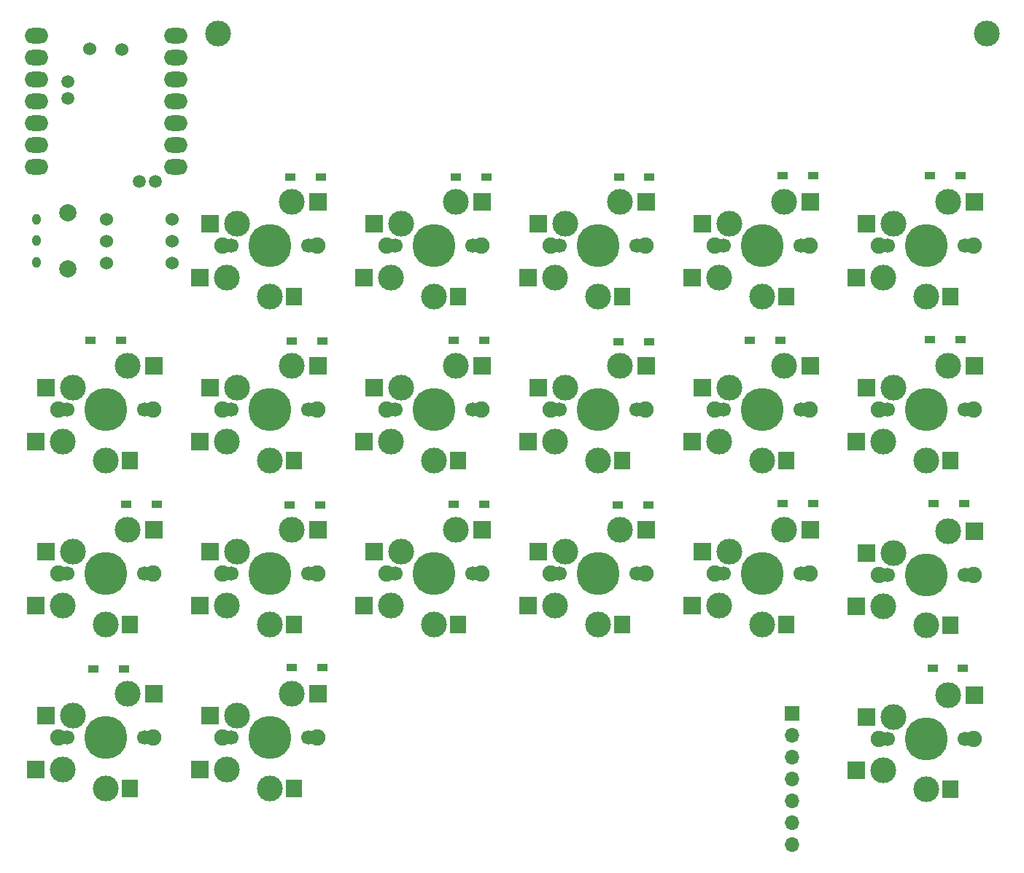
<source format=gbr>
%TF.GenerationSoftware,KiCad,Pcbnew,8.0.7*%
%TF.CreationDate,2025-03-28T15:44:08+09:00*%
%TF.ProjectId,cool642tb_R_with_tb_v130,636f6f6c-3634-4327-9462-5f525f776974,rev?*%
%TF.SameCoordinates,Original*%
%TF.FileFunction,Soldermask,Bot*%
%TF.FilePolarity,Negative*%
%FSLAX46Y46*%
G04 Gerber Fmt 4.6, Leading zero omitted, Abs format (unit mm)*
G04 Created by KiCad (PCBNEW 8.0.7) date 2025-03-28 15:44:08*
%MOMM*%
%LPD*%
G01*
G04 APERTURE LIST*
%ADD10R,1.300000X0.950000*%
%ADD11C,1.900000*%
%ADD12C,1.700000*%
%ADD13C,3.000000*%
%ADD14C,5.000000*%
%ADD15R,2.000000X2.000000*%
%ADD16R,1.900000X2.000000*%
%ADD17O,1.000000X1.300000*%
%ADD18C,1.524000*%
%ADD19O,2.750000X1.800000*%
%ADD20C,1.500000*%
%ADD21R,1.700000X1.700000*%
%ADD22O,1.700000X1.700000*%
%ADD23C,2.000000*%
G04 APERTURE END LIST*
D10*
%TO.C,D7*%
X21375000Y-30010000D03*
X24925000Y-30010000D03*
%TD*%
%TO.C,D11*%
X40405000Y-30100000D03*
X43955000Y-30100000D03*
%TD*%
D11*
%TO.C,SW1*%
X-5500000Y0D03*
D12*
X-5080000Y0D03*
D13*
X-5000000Y-3700000D03*
D12*
X-4500000Y0D03*
D13*
X-3810000Y2540000D03*
D14*
X0Y0D03*
D13*
X0Y-5900000D03*
X2540000Y5080000D03*
D12*
X4500000Y0D03*
X5080000Y0D03*
D11*
X5500000Y0D03*
D15*
X-8100000Y-3700000D03*
X-6900000Y2540000D03*
D16*
X2800000Y-5900000D03*
D15*
X5600000Y5080000D03*
%TD*%
D10*
%TO.C,D20*%
X76935000Y-49060000D03*
X80485000Y-49060000D03*
%TD*%
D11*
%TO.C,SW8*%
X-24550000Y-38100000D03*
D12*
X-24130000Y-38100000D03*
D13*
X-24050000Y-41800000D03*
D12*
X-23550000Y-38100000D03*
D13*
X-22860000Y-35560000D03*
D14*
X-19050000Y-38100000D03*
D13*
X-19050000Y-44000000D03*
X-16510000Y-33020000D03*
D12*
X-14550000Y-38100000D03*
X-13970000Y-38100000D03*
D11*
X-13550000Y-38100000D03*
D15*
X-27150000Y-41800000D03*
X-25950000Y-35560000D03*
D16*
X-16250000Y-44000000D03*
D15*
X-13450000Y-33020000D03*
%TD*%
D10*
%TO.C,D13*%
X59535000Y8140000D03*
X63085000Y8140000D03*
%TD*%
D11*
%TO.C,SW15*%
X51650000Y-38100000D03*
D12*
X52070000Y-38100000D03*
D13*
X52150000Y-41800000D03*
D12*
X52650000Y-38100000D03*
D13*
X53340000Y-35560000D03*
D14*
X57150000Y-38100000D03*
D13*
X57150000Y-44000000D03*
X59690000Y-33020000D03*
D12*
X61650000Y-38100000D03*
X62230000Y-38100000D03*
D11*
X62650000Y-38100000D03*
D15*
X49050000Y-41800000D03*
X50250000Y-35560000D03*
D16*
X59950000Y-44000000D03*
D15*
X62750000Y-33020000D03*
%TD*%
D11*
%TO.C,SW16*%
X-5500000Y-57150000D03*
D12*
X-5080000Y-57150000D03*
D13*
X-5000000Y-60850000D03*
D12*
X-4500000Y-57150000D03*
D13*
X-3810000Y-54610000D03*
D14*
X0Y-57150000D03*
D13*
X0Y-63050000D03*
X2540000Y-52070000D03*
D12*
X4500000Y-57150000D03*
X5080000Y-57150000D03*
D11*
X5500000Y-57150000D03*
D15*
X-8100000Y-60850000D03*
X-6900000Y-54610000D03*
D16*
X2800000Y-63050000D03*
D15*
X5600000Y-52070000D03*
%TD*%
D17*
%TO.C,SW21*%
X-27100000Y-1890000D03*
X-27100000Y610000D03*
X-27100000Y3110000D03*
%TD*%
D11*
%TO.C,SW13*%
X51650000Y0D03*
D12*
X52070000Y0D03*
D13*
X52150000Y-3700000D03*
D12*
X52650000Y0D03*
D13*
X53340000Y2540000D03*
D14*
X57150000Y0D03*
D13*
X57150000Y-5900000D03*
X59690000Y5080000D03*
D12*
X61650000Y0D03*
X62230000Y0D03*
D11*
X62650000Y0D03*
D15*
X49050000Y-3700000D03*
X50250000Y2540000D03*
D16*
X59950000Y-5900000D03*
D15*
X62750000Y5080000D03*
%TD*%
D10*
%TO.C,D15*%
X59535000Y-29950000D03*
X63085000Y-29950000D03*
%TD*%
%TO.C,D1*%
X2385000Y8000000D03*
X5935000Y8000000D03*
%TD*%
%TO.C,D9*%
X40525000Y8000000D03*
X44075000Y8000000D03*
%TD*%
%TO.C,D17*%
X76665000Y8180000D03*
X80215000Y8180000D03*
%TD*%
%TO.C,D4*%
X-20815000Y-10950000D03*
X-17265000Y-10950000D03*
%TD*%
%TO.C,D16*%
X2555000Y-48970000D03*
X6105000Y-48970000D03*
%TD*%
D11*
%TO.C,SW17*%
X70700000Y0D03*
D12*
X71120000Y0D03*
D13*
X71200000Y-3700000D03*
D12*
X71700000Y0D03*
D13*
X72390000Y2540000D03*
D14*
X76200000Y0D03*
D13*
X76200000Y-5900000D03*
X78740000Y5080000D03*
D12*
X80700000Y0D03*
X81280000Y0D03*
D11*
X81700000Y0D03*
D15*
X68100000Y-3700000D03*
X69300000Y2540000D03*
D16*
X79000000Y-5900000D03*
D15*
X81800000Y5080000D03*
%TD*%
D10*
%TO.C,D3*%
X2330000Y-30130000D03*
X5880000Y-30130000D03*
%TD*%
%TO.C,D19*%
X77080000Y-29940000D03*
X80630000Y-29940000D03*
%TD*%
D11*
%TO.C,SW11*%
X32600000Y-38100000D03*
D12*
X33020000Y-38100000D03*
D13*
X33100000Y-41800000D03*
D12*
X33600000Y-38100000D03*
D13*
X34290000Y-35560000D03*
D14*
X38100000Y-38100000D03*
D13*
X38100000Y-44000000D03*
X40640000Y-33020000D03*
D12*
X42600000Y-38100000D03*
X43180000Y-38100000D03*
D11*
X43600000Y-38100000D03*
D15*
X30000000Y-41800000D03*
X31200000Y-35560000D03*
D16*
X40900000Y-44000000D03*
D15*
X43700000Y-33020000D03*
%TD*%
D11*
%TO.C,SW12*%
X-24550000Y-57150000D03*
D12*
X-24130000Y-57150000D03*
D13*
X-24050000Y-60850000D03*
D12*
X-23550000Y-57150000D03*
D13*
X-22860000Y-54610000D03*
D14*
X-19050000Y-57150000D03*
D13*
X-19050000Y-63050000D03*
X-16510000Y-52070000D03*
D12*
X-14550000Y-57150000D03*
X-13970000Y-57150000D03*
D11*
X-13550000Y-57150000D03*
D15*
X-27150000Y-60850000D03*
X-25950000Y-54610000D03*
D16*
X-16250000Y-63050000D03*
D15*
X-13450000Y-52070000D03*
%TD*%
D11*
%TO.C,SW19*%
X70700000Y-38200000D03*
D12*
X71120000Y-38200000D03*
D13*
X71200000Y-41900000D03*
D12*
X71700000Y-38200000D03*
D13*
X72390000Y-35660000D03*
D14*
X76200000Y-38200000D03*
D13*
X76200000Y-44100000D03*
X78740000Y-33120000D03*
D12*
X80700000Y-38200000D03*
X81280000Y-38200000D03*
D11*
X81700000Y-38200000D03*
D15*
X68100000Y-41900000D03*
X69300000Y-35660000D03*
D16*
X79000000Y-44100000D03*
D15*
X81800000Y-33120000D03*
%TD*%
D11*
%TO.C,SW20*%
X70700000Y-57250000D03*
D12*
X71120000Y-57250000D03*
D13*
X71200000Y-60950000D03*
D12*
X71700000Y-57250000D03*
D13*
X72390000Y-54710000D03*
D14*
X76200000Y-57250000D03*
D13*
X76200000Y-63150000D03*
X78740000Y-52170000D03*
D12*
X80700000Y-57250000D03*
X81280000Y-57250000D03*
D11*
X81700000Y-57250000D03*
D15*
X68100000Y-60950000D03*
X69300000Y-54710000D03*
D16*
X79000000Y-63150000D03*
D15*
X81800000Y-52170000D03*
%TD*%
D11*
%TO.C,SW3*%
X-5500000Y-38100000D03*
D12*
X-5080000Y-38100000D03*
D13*
X-5000000Y-41800000D03*
D12*
X-4500000Y-38100000D03*
D13*
X-3810000Y-35560000D03*
D14*
X0Y-38100000D03*
D13*
X0Y-44000000D03*
X2540000Y-33020000D03*
D12*
X4500000Y-38100000D03*
X5080000Y-38100000D03*
D11*
X5500000Y-38100000D03*
D15*
X-8100000Y-41800000D03*
X-6900000Y-35560000D03*
D16*
X2800000Y-44000000D03*
D15*
X5600000Y-33020000D03*
%TD*%
D10*
%TO.C,D10*%
X40465000Y-11150000D03*
X44015000Y-11150000D03*
%TD*%
D11*
%TO.C,SW7*%
X13550000Y-38100000D03*
D12*
X13970000Y-38100000D03*
D13*
X14050000Y-41800000D03*
D12*
X14550000Y-38100000D03*
D13*
X15240000Y-35560000D03*
D14*
X19050000Y-38100000D03*
D13*
X19050000Y-44000000D03*
X21590000Y-33020000D03*
D12*
X23550000Y-38100000D03*
X24130000Y-38100000D03*
D11*
X24550000Y-38100000D03*
D15*
X10950000Y-41800000D03*
X12150000Y-35560000D03*
D16*
X21850000Y-44000000D03*
D15*
X24650000Y-33020000D03*
%TD*%
D18*
%TO.C,U4*%
X-18960000Y3060000D03*
X-18960000Y520000D03*
X-18960000Y-2020000D03*
X-11350000Y3080000D03*
X-11350000Y520000D03*
X-11350000Y-2020000D03*
%TD*%
D11*
%TO.C,SW10*%
X32600000Y-19050000D03*
D12*
X33020000Y-19050000D03*
D13*
X33100000Y-22750000D03*
D12*
X33600000Y-19050000D03*
D13*
X34290000Y-16510000D03*
D14*
X38100000Y-19050000D03*
D13*
X38100000Y-24950000D03*
X40640000Y-13970000D03*
D12*
X42600000Y-19050000D03*
X43180000Y-19050000D03*
D11*
X43600000Y-19050000D03*
D15*
X30000000Y-22750000D03*
X31200000Y-16510000D03*
D16*
X40900000Y-24950000D03*
D15*
X43700000Y-13970000D03*
%TD*%
D19*
%TO.C,U1*%
X-27110000Y24450000D03*
X-27110000Y21910000D03*
X-27110000Y19370000D03*
X-27110000Y16830000D03*
X-27110000Y14290000D03*
X-27110000Y11750000D03*
X-27110000Y9210000D03*
X-10870000Y9210000D03*
X-10870000Y11750000D03*
X-10870000Y14290000D03*
X-10870000Y16830000D03*
X-10870000Y19370000D03*
X-10870000Y21910000D03*
X-10870000Y24450000D03*
D20*
X-15154600Y7518000D03*
X-13275000Y7518000D03*
X-23435000Y17147000D03*
X-23435000Y19052000D03*
D18*
X-20870000Y22900000D03*
X-17150000Y22840000D03*
%TD*%
D10*
%TO.C,D2*%
X2535000Y-11080000D03*
X6085000Y-11080000D03*
%TD*%
D21*
%TO.C,J1*%
X60590000Y-54350000D03*
D22*
X60590000Y-56890000D03*
X60590000Y-59430000D03*
X60590000Y-61970000D03*
X60590000Y-64510000D03*
X60590000Y-67050000D03*
X60590000Y-69590000D03*
%TD*%
D10*
%TO.C,D6*%
X21375000Y-10980000D03*
X24925000Y-10980000D03*
%TD*%
D11*
%TO.C,SW5*%
X13550000Y0D03*
D12*
X13970000Y0D03*
D13*
X14050000Y-3700000D03*
D12*
X14550000Y0D03*
D13*
X15240000Y2540000D03*
D14*
X19050000Y0D03*
D13*
X19050000Y-5900000D03*
X21590000Y5080000D03*
D12*
X23550000Y0D03*
X24130000Y0D03*
D11*
X24550000Y0D03*
D15*
X10950000Y-3700000D03*
X12150000Y2540000D03*
D16*
X21850000Y-5900000D03*
D15*
X24650000Y5080000D03*
%TD*%
D11*
%TO.C,SW6*%
X13550000Y-19050000D03*
D12*
X13970000Y-19050000D03*
D13*
X14050000Y-22750000D03*
D12*
X14550000Y-19050000D03*
D13*
X15240000Y-16510000D03*
D14*
X19050000Y-19050000D03*
D13*
X19050000Y-24950000D03*
X21590000Y-13970000D03*
D12*
X23550000Y-19050000D03*
X24130000Y-19050000D03*
D11*
X24550000Y-19050000D03*
D15*
X10950000Y-22750000D03*
X12150000Y-16510000D03*
D16*
X21850000Y-24950000D03*
D15*
X24650000Y-13970000D03*
%TD*%
D11*
%TO.C,SW9*%
X32600000Y0D03*
D12*
X33020000Y0D03*
D13*
X33100000Y-3700000D03*
D12*
X33600000Y0D03*
D13*
X34290000Y2540000D03*
D14*
X38100000Y0D03*
D13*
X38100000Y-5900000D03*
X40640000Y5080000D03*
D12*
X42600000Y0D03*
X43180000Y0D03*
D11*
X43600000Y0D03*
D15*
X30000000Y-3700000D03*
X31200000Y2540000D03*
D16*
X40900000Y-5900000D03*
D15*
X43700000Y5080000D03*
%TD*%
D11*
%TO.C,SW4*%
X-24550000Y-19050000D03*
D12*
X-24130000Y-19050000D03*
D13*
X-24050000Y-22750000D03*
D12*
X-23550000Y-19050000D03*
D13*
X-22860000Y-16510000D03*
D14*
X-19050000Y-19050000D03*
D13*
X-19050000Y-24950000D03*
X-16510000Y-13970000D03*
D12*
X-14550000Y-19050000D03*
X-13970000Y-19050000D03*
D11*
X-13550000Y-19050000D03*
D15*
X-27150000Y-22750000D03*
X-25950000Y-16510000D03*
D16*
X-16250000Y-24950000D03*
D15*
X-13450000Y-13970000D03*
%TD*%
D10*
%TO.C,D8*%
X-16645000Y-29980000D03*
X-13095000Y-29980000D03*
%TD*%
D13*
%TO.C,BT1*%
X-6020000Y24670000D03*
X83250000Y24710000D03*
%TD*%
D10*
%TO.C,D14*%
X55715000Y-10930000D03*
X59265000Y-10930000D03*
%TD*%
%TO.C,D12*%
X-20465000Y-49140000D03*
X-16915000Y-49140000D03*
%TD*%
D23*
%TO.C,SW22*%
X-23470000Y-2640000D03*
X-23470000Y3860000D03*
%TD*%
D10*
%TO.C,D5*%
X21635000Y8040000D03*
X25185000Y8040000D03*
%TD*%
D11*
%TO.C,SW2*%
X-5500000Y-19050000D03*
D12*
X-5080000Y-19050000D03*
D13*
X-5000000Y-22750000D03*
D12*
X-4500000Y-19050000D03*
D13*
X-3810000Y-16510000D03*
D14*
X0Y-19050000D03*
D13*
X0Y-24950000D03*
X2540000Y-13970000D03*
D12*
X4500000Y-19050000D03*
X5080000Y-19050000D03*
D11*
X5500000Y-19050000D03*
D15*
X-8100000Y-22750000D03*
X-6900000Y-16510000D03*
D16*
X2800000Y-24950000D03*
D15*
X5600000Y-13970000D03*
%TD*%
D11*
%TO.C,SW18*%
X70700000Y-19050000D03*
D12*
X71120000Y-19050000D03*
D13*
X71200000Y-22750000D03*
D12*
X71700000Y-19050000D03*
D13*
X72390000Y-16510000D03*
D14*
X76200000Y-19050000D03*
D13*
X76200000Y-24950000D03*
X78740000Y-13970000D03*
D12*
X80700000Y-19050000D03*
X81280000Y-19050000D03*
D11*
X81700000Y-19050000D03*
D15*
X68100000Y-22750000D03*
X69300000Y-16510000D03*
D16*
X79000000Y-24950000D03*
D15*
X81800000Y-13970000D03*
%TD*%
D11*
%TO.C,SW14*%
X51650000Y-19050000D03*
D12*
X52070000Y-19050000D03*
D13*
X52150000Y-22750000D03*
D12*
X52650000Y-19050000D03*
D13*
X53340000Y-16510000D03*
D14*
X57150000Y-19050000D03*
D13*
X57150000Y-24950000D03*
X59690000Y-13970000D03*
D12*
X61650000Y-19050000D03*
X62230000Y-19050000D03*
D11*
X62650000Y-19050000D03*
D15*
X49050000Y-22750000D03*
X50250000Y-16510000D03*
D16*
X59950000Y-24950000D03*
D15*
X62750000Y-13970000D03*
%TD*%
D10*
%TO.C,D18*%
X76635000Y-10860000D03*
X80185000Y-10860000D03*
%TD*%
M02*

</source>
